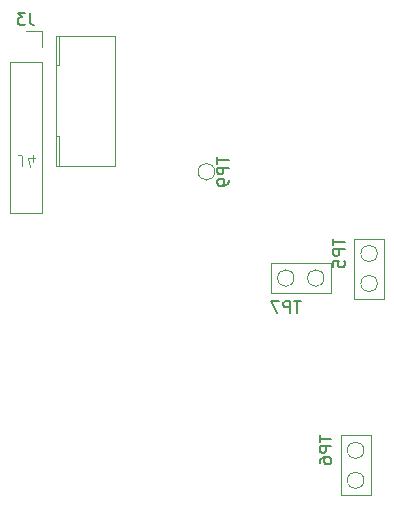
<source format=gbo>
%TF.GenerationSoftware,KiCad,Pcbnew,9.0.0*%
%TF.CreationDate,2025-02-25T22:38:48+02:00*%
%TF.ProjectId,bluetooth-audio,626c7565-746f-46f7-9468-2d617564696f,rev?*%
%TF.SameCoordinates,Original*%
%TF.FileFunction,Legend,Bot*%
%TF.FilePolarity,Positive*%
%FSLAX45Y45*%
G04 Gerber Fmt 4.5, Leading zero omitted, Abs format (unit mm)*
G04 Created by KiCad (PCBNEW 9.0.0) date 2025-02-25 22:38:48*
%MOMM*%
%LPD*%
G01*
G04 APERTURE LIST*
%ADD10C,0.150000*%
%ADD11C,0.100000*%
%ADD12C,0.120000*%
G04 APERTURE END LIST*
D10*
X14805953Y-7660357D02*
X14805953Y-7731785D01*
X14805953Y-7731785D02*
X14810715Y-7746071D01*
X14810715Y-7746071D02*
X14820239Y-7755595D01*
X14820239Y-7755595D02*
X14834525Y-7760357D01*
X14834525Y-7760357D02*
X14844048Y-7760357D01*
X14767858Y-7660357D02*
X14705953Y-7660357D01*
X14705953Y-7660357D02*
X14739287Y-7698452D01*
X14739287Y-7698452D02*
X14725001Y-7698452D01*
X14725001Y-7698452D02*
X14715477Y-7703214D01*
X14715477Y-7703214D02*
X14710715Y-7707976D01*
X14710715Y-7707976D02*
X14705953Y-7717500D01*
X14705953Y-7717500D02*
X14705953Y-7741309D01*
X14705953Y-7741309D02*
X14710715Y-7750833D01*
X14710715Y-7750833D02*
X14715477Y-7755595D01*
X14715477Y-7755595D02*
X14725001Y-7760357D01*
X14725001Y-7760357D02*
X14753572Y-7760357D01*
X14753572Y-7760357D02*
X14763096Y-7755595D01*
X14763096Y-7755595D02*
X14767858Y-7750833D01*
X17260706Y-11237034D02*
X17260706Y-11294177D01*
X17360706Y-11265605D02*
X17260706Y-11265605D01*
X17360706Y-11327510D02*
X17260706Y-11327510D01*
X17260706Y-11327510D02*
X17260706Y-11365605D01*
X17260706Y-11365605D02*
X17265468Y-11375129D01*
X17265468Y-11375129D02*
X17270230Y-11379891D01*
X17270230Y-11379891D02*
X17279754Y-11384653D01*
X17279754Y-11384653D02*
X17294040Y-11384653D01*
X17294040Y-11384653D02*
X17303563Y-11379891D01*
X17303563Y-11379891D02*
X17308325Y-11375129D01*
X17308325Y-11375129D02*
X17313087Y-11365605D01*
X17313087Y-11365605D02*
X17313087Y-11327510D01*
X17260706Y-11470367D02*
X17260706Y-11451320D01*
X17260706Y-11451320D02*
X17265468Y-11441796D01*
X17265468Y-11441796D02*
X17270230Y-11437034D01*
X17270230Y-11437034D02*
X17284516Y-11427510D01*
X17284516Y-11427510D02*
X17303563Y-11422748D01*
X17303563Y-11422748D02*
X17341659Y-11422748D01*
X17341659Y-11422748D02*
X17351182Y-11427510D01*
X17351182Y-11427510D02*
X17355944Y-11432272D01*
X17355944Y-11432272D02*
X17360706Y-11441796D01*
X17360706Y-11441796D02*
X17360706Y-11460843D01*
X17360706Y-11460843D02*
X17355944Y-11470367D01*
X17355944Y-11470367D02*
X17351182Y-11475129D01*
X17351182Y-11475129D02*
X17341659Y-11479891D01*
X17341659Y-11479891D02*
X17317849Y-11479891D01*
X17317849Y-11479891D02*
X17308325Y-11475129D01*
X17308325Y-11475129D02*
X17303563Y-11470367D01*
X17303563Y-11470367D02*
X17298802Y-11460843D01*
X17298802Y-11460843D02*
X17298802Y-11441796D01*
X17298802Y-11441796D02*
X17303563Y-11432272D01*
X17303563Y-11432272D02*
X17308325Y-11427510D01*
X17308325Y-11427510D02*
X17317849Y-11422748D01*
D11*
X14744287Y-8959133D02*
X14744287Y-8887705D01*
X14744287Y-8887705D02*
X14739525Y-8873419D01*
X14739525Y-8873419D02*
X14730001Y-8863895D01*
X14730001Y-8863895D02*
X14715715Y-8859133D01*
X14715715Y-8859133D02*
X14706191Y-8859133D01*
X14834763Y-8925800D02*
X14834763Y-8859133D01*
X14810953Y-8963895D02*
X14787144Y-8892466D01*
X14787144Y-8892466D02*
X14849048Y-8892466D01*
D10*
X17100190Y-10100482D02*
X17043048Y-10100482D01*
X17071619Y-10200482D02*
X17071619Y-10100482D01*
X17009714Y-10200482D02*
X17009714Y-10100482D01*
X17009714Y-10100482D02*
X16971619Y-10100482D01*
X16971619Y-10100482D02*
X16962095Y-10105244D01*
X16962095Y-10105244D02*
X16957333Y-10110006D01*
X16957333Y-10110006D02*
X16952571Y-10119530D01*
X16952571Y-10119530D02*
X16952571Y-10133815D01*
X16952571Y-10133815D02*
X16957333Y-10143339D01*
X16957333Y-10143339D02*
X16962095Y-10148101D01*
X16962095Y-10148101D02*
X16971619Y-10152863D01*
X16971619Y-10152863D02*
X17009714Y-10152863D01*
X16919238Y-10100482D02*
X16852571Y-10100482D01*
X16852571Y-10100482D02*
X16895429Y-10200482D01*
X16392282Y-8878810D02*
X16392282Y-8935952D01*
X16492282Y-8907381D02*
X16392282Y-8907381D01*
X16492282Y-8969286D02*
X16392282Y-8969286D01*
X16392282Y-8969286D02*
X16392282Y-9007381D01*
X16392282Y-9007381D02*
X16397044Y-9016905D01*
X16397044Y-9016905D02*
X16401806Y-9021667D01*
X16401806Y-9021667D02*
X16411330Y-9026429D01*
X16411330Y-9026429D02*
X16425615Y-9026429D01*
X16425615Y-9026429D02*
X16435139Y-9021667D01*
X16435139Y-9021667D02*
X16439901Y-9016905D01*
X16439901Y-9016905D02*
X16444663Y-9007381D01*
X16444663Y-9007381D02*
X16444663Y-8969286D01*
X16492282Y-9074048D02*
X16492282Y-9093095D01*
X16492282Y-9093095D02*
X16487520Y-9102619D01*
X16487520Y-9102619D02*
X16482758Y-9107381D01*
X16482758Y-9107381D02*
X16468472Y-9116905D01*
X16468472Y-9116905D02*
X16449425Y-9121667D01*
X16449425Y-9121667D02*
X16411330Y-9121667D01*
X16411330Y-9121667D02*
X16401806Y-9116905D01*
X16401806Y-9116905D02*
X16397044Y-9112143D01*
X16397044Y-9112143D02*
X16392282Y-9102619D01*
X16392282Y-9102619D02*
X16392282Y-9083571D01*
X16392282Y-9083571D02*
X16397044Y-9074048D01*
X16397044Y-9074048D02*
X16401806Y-9069286D01*
X16401806Y-9069286D02*
X16411330Y-9064524D01*
X16411330Y-9064524D02*
X16435139Y-9064524D01*
X16435139Y-9064524D02*
X16444663Y-9069286D01*
X16444663Y-9069286D02*
X16449425Y-9074048D01*
X16449425Y-9074048D02*
X16454187Y-9083571D01*
X16454187Y-9083571D02*
X16454187Y-9102619D01*
X16454187Y-9102619D02*
X16449425Y-9112143D01*
X16449425Y-9112143D02*
X16444663Y-9116905D01*
X16444663Y-9116905D02*
X16435139Y-9121667D01*
X17374482Y-9570810D02*
X17374482Y-9627952D01*
X17474482Y-9599381D02*
X17374482Y-9599381D01*
X17474482Y-9661286D02*
X17374482Y-9661286D01*
X17374482Y-9661286D02*
X17374482Y-9699381D01*
X17374482Y-9699381D02*
X17379244Y-9708905D01*
X17379244Y-9708905D02*
X17384006Y-9713667D01*
X17384006Y-9713667D02*
X17393530Y-9718429D01*
X17393530Y-9718429D02*
X17407815Y-9718429D01*
X17407815Y-9718429D02*
X17417339Y-9713667D01*
X17417339Y-9713667D02*
X17422101Y-9708905D01*
X17422101Y-9708905D02*
X17426863Y-9699381D01*
X17426863Y-9699381D02*
X17426863Y-9661286D01*
X17374482Y-9808905D02*
X17374482Y-9761286D01*
X17374482Y-9761286D02*
X17422101Y-9756524D01*
X17422101Y-9756524D02*
X17417339Y-9761286D01*
X17417339Y-9761286D02*
X17412577Y-9770810D01*
X17412577Y-9770810D02*
X17412577Y-9794619D01*
X17412577Y-9794619D02*
X17417339Y-9804143D01*
X17417339Y-9804143D02*
X17422101Y-9808905D01*
X17422101Y-9808905D02*
X17431625Y-9813667D01*
X17431625Y-9813667D02*
X17455434Y-9813667D01*
X17455434Y-9813667D02*
X17464958Y-9808905D01*
X17464958Y-9808905D02*
X17469720Y-9804143D01*
X17469720Y-9804143D02*
X17474482Y-9794619D01*
X17474482Y-9794619D02*
X17474482Y-9770810D01*
X17474482Y-9770810D02*
X17469720Y-9761286D01*
X17469720Y-9761286D02*
X17464958Y-9756524D01*
D12*
%TO.C,J3*%
X14639620Y-8074875D02*
X14905620Y-8074875D01*
X14639620Y-9350875D02*
X14639620Y-8074875D01*
X14639620Y-9350875D02*
X14905620Y-9350875D01*
X14772620Y-7814875D02*
X14905620Y-7814875D01*
X14905620Y-7814875D02*
X14905620Y-7947875D01*
X14905620Y-9350875D02*
X14905620Y-8074875D01*
%TO.C,TP6*%
X17635224Y-11363224D02*
G75*
G02*
X17495224Y-11363224I-70000J0D01*
G01*
X17495224Y-11363224D02*
G75*
G02*
X17635224Y-11363224I70000J0D01*
G01*
X17635224Y-11617224D02*
G75*
G02*
X17495224Y-11617224I-70000J0D01*
G01*
X17495224Y-11617224D02*
G75*
G02*
X17635224Y-11617224I70000J0D01*
G01*
D11*
X17692224Y-11744224D02*
X17438224Y-11744224D01*
X17438224Y-11236224D01*
X17692224Y-11236224D01*
X17692224Y-11744224D01*
%TO.C,J4*%
X15027620Y-8704875D02*
X15052620Y-8704875D01*
X15052620Y-7854875D02*
X15052620Y-8104875D01*
X15052620Y-8104875D02*
X15027620Y-8104875D01*
X15052620Y-8704875D02*
X15052620Y-8954875D01*
X15527620Y-8954875D02*
X15027620Y-8954875D01*
X15027620Y-7854875D01*
X15527620Y-7854875D01*
X15527620Y-8954875D01*
D12*
%TO.C,TP7*%
X17044000Y-9905000D02*
G75*
G02*
X16904000Y-9905000I-70000J0D01*
G01*
X16904000Y-9905000D02*
G75*
G02*
X17044000Y-9905000I70000J0D01*
G01*
X17298000Y-9905000D02*
G75*
G02*
X17158000Y-9905000I-70000J0D01*
G01*
X17158000Y-9905000D02*
G75*
G02*
X17298000Y-9905000I70000J0D01*
G01*
D11*
X17355000Y-10032000D02*
X16847000Y-10032000D01*
X16847000Y-9778000D01*
X17355000Y-9778000D01*
X17355000Y-10032000D01*
D12*
%TO.C,TP9*%
X16372000Y-9005000D02*
G75*
G02*
X16232000Y-9005000I-70000J0D01*
G01*
X16232000Y-9005000D02*
G75*
G02*
X16372000Y-9005000I70000J0D01*
G01*
%TO.C,TP5*%
X17749000Y-9697000D02*
G75*
G02*
X17609000Y-9697000I-70000J0D01*
G01*
X17609000Y-9697000D02*
G75*
G02*
X17749000Y-9697000I70000J0D01*
G01*
X17749000Y-9951000D02*
G75*
G02*
X17609000Y-9951000I-70000J0D01*
G01*
X17609000Y-9951000D02*
G75*
G02*
X17749000Y-9951000I70000J0D01*
G01*
D11*
X17806000Y-10078000D02*
X17552000Y-10078000D01*
X17552000Y-9570000D01*
X17806000Y-9570000D01*
X17806000Y-10078000D01*
%TD*%
M02*

</source>
